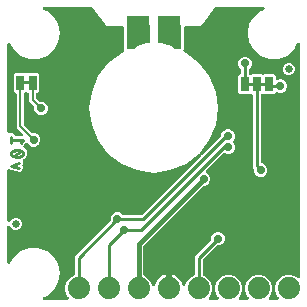
<source format=gbl>
G04 EAGLE Gerber RS-274X export*
G75*
%MOMM*%
%FSLAX34Y34*%
%LPD*%
%INBottom Copper*%
%IPPOS*%
%AMOC8*
5,1,8,0,0,1.08239X$1,22.5*%
G01*
%ADD10C,0.254000*%
%ADD11C,0.635000*%
%ADD12C,1.879600*%
%ADD13R,0.660400X1.270000*%
%ADD14R,1.950000X1.950000*%
%ADD15C,0.736600*%
%ADD16C,0.203200*%
%ADD17C,0.381000*%

G36*
X54060Y3066D02*
X54060Y3066D01*
X54198Y3079D01*
X54217Y3086D01*
X54237Y3089D01*
X54366Y3140D01*
X54497Y3187D01*
X54514Y3198D01*
X54533Y3206D01*
X54645Y3287D01*
X54760Y3365D01*
X54774Y3381D01*
X54790Y3392D01*
X54879Y3500D01*
X54971Y3604D01*
X54980Y3622D01*
X54993Y3637D01*
X55052Y3763D01*
X55115Y3887D01*
X55120Y3907D01*
X55128Y3925D01*
X55155Y4062D01*
X55185Y4197D01*
X55184Y4218D01*
X55188Y4237D01*
X55180Y4376D01*
X55175Y4515D01*
X55170Y4535D01*
X55168Y4555D01*
X55126Y4687D01*
X55087Y4821D01*
X55077Y4838D01*
X55070Y4857D01*
X54996Y4975D01*
X54925Y5095D01*
X54907Y5116D01*
X54900Y5126D01*
X54885Y5140D01*
X54819Y5215D01*
X53809Y6225D01*
X52069Y10426D01*
X52069Y14974D01*
X53809Y19175D01*
X57025Y22391D01*
X59414Y23380D01*
X59439Y23395D01*
X59467Y23404D01*
X59577Y23473D01*
X59690Y23537D01*
X59711Y23558D01*
X59736Y23574D01*
X59825Y23668D01*
X59918Y23759D01*
X59934Y23784D01*
X59954Y23805D01*
X60017Y23919D01*
X60085Y24030D01*
X60093Y24058D01*
X60108Y24084D01*
X60140Y24210D01*
X60178Y24334D01*
X60180Y24363D01*
X60187Y24392D01*
X60197Y24553D01*
X60197Y39738D01*
X90238Y69779D01*
X90299Y69858D01*
X90367Y69930D01*
X90396Y69983D01*
X90433Y70031D01*
X90473Y70121D01*
X90521Y70208D01*
X90536Y70267D01*
X90560Y70322D01*
X90575Y70420D01*
X90600Y70516D01*
X90606Y70616D01*
X90610Y70636D01*
X90608Y70649D01*
X90610Y70677D01*
X90610Y72333D01*
X91480Y74434D01*
X93088Y76042D01*
X95189Y76912D01*
X97463Y76912D01*
X99564Y76042D01*
X100735Y74870D01*
X100813Y74810D01*
X100885Y74742D01*
X100938Y74713D01*
X100986Y74675D01*
X101077Y74636D01*
X101164Y74588D01*
X101222Y74573D01*
X101278Y74549D01*
X101376Y74534D01*
X101472Y74509D01*
X101572Y74503D01*
X101592Y74499D01*
X101604Y74500D01*
X101632Y74499D01*
X116422Y74499D01*
X116520Y74511D01*
X116619Y74514D01*
X116678Y74531D01*
X116738Y74539D01*
X116830Y74575D01*
X116925Y74602D01*
X116977Y74633D01*
X117033Y74656D01*
X117113Y74714D01*
X117199Y74764D01*
X117274Y74830D01*
X117291Y74842D01*
X117298Y74852D01*
X117320Y74870D01*
X166661Y124211D01*
X166708Y124272D01*
X166762Y124326D01*
X166805Y124397D01*
X166856Y124463D01*
X166886Y124533D01*
X166925Y124599D01*
X166949Y124678D01*
X166982Y124755D01*
X166994Y124830D01*
X167016Y124903D01*
X167019Y124986D01*
X167032Y125069D01*
X167036Y125068D01*
X167112Y125081D01*
X167188Y125083D01*
X167268Y125106D01*
X167350Y125119D01*
X167420Y125150D01*
X167494Y125171D01*
X167565Y125214D01*
X167642Y125247D01*
X167702Y125294D01*
X167768Y125333D01*
X167889Y125439D01*
X183731Y141281D01*
X183791Y141360D01*
X183859Y141432D01*
X183888Y141485D01*
X183925Y141533D01*
X183965Y141624D01*
X184013Y141710D01*
X184028Y141769D01*
X184052Y141824D01*
X184067Y141922D01*
X184092Y142018D01*
X184098Y142118D01*
X184102Y142139D01*
X184100Y142151D01*
X184102Y142179D01*
X184102Y142565D01*
X184972Y144666D01*
X186580Y146274D01*
X188681Y147144D01*
X190955Y147144D01*
X193056Y146274D01*
X194664Y144666D01*
X195534Y142565D01*
X195534Y140291D01*
X194664Y138190D01*
X194231Y137758D01*
X194158Y137663D01*
X194079Y137574D01*
X194061Y137538D01*
X194036Y137506D01*
X193989Y137397D01*
X193934Y137291D01*
X193926Y137252D01*
X193909Y137214D01*
X193891Y137097D01*
X193865Y136981D01*
X193866Y136940D01*
X193860Y136900D01*
X193871Y136782D01*
X193874Y136663D01*
X193886Y136624D01*
X193889Y136584D01*
X193930Y136472D01*
X193963Y136357D01*
X193983Y136322D01*
X193997Y136284D01*
X194064Y136186D01*
X194124Y136083D01*
X194164Y136038D01*
X194176Y136021D01*
X194191Y136008D01*
X194231Y135963D01*
X194826Y135368D01*
X195696Y133267D01*
X195696Y130993D01*
X194826Y128892D01*
X193218Y127284D01*
X191117Y126414D01*
X188843Y126414D01*
X186998Y127179D01*
X186969Y127186D01*
X186943Y127200D01*
X186816Y127228D01*
X186691Y127263D01*
X186661Y127263D01*
X186633Y127270D01*
X186503Y127266D01*
X186373Y127268D01*
X186344Y127261D01*
X186315Y127260D01*
X186190Y127224D01*
X186064Y127194D01*
X186037Y127180D01*
X186009Y127172D01*
X185897Y127106D01*
X185782Y127045D01*
X185761Y127025D01*
X185735Y127010D01*
X185614Y126904D01*
X171280Y112569D01*
X171249Y112530D01*
X171212Y112496D01*
X171152Y112404D01*
X171085Y112318D01*
X171065Y112272D01*
X171038Y112231D01*
X171002Y112127D01*
X170958Y112026D01*
X170951Y111977D01*
X170934Y111930D01*
X170926Y111820D01*
X170909Y111712D01*
X170913Y111662D01*
X170909Y111613D01*
X170928Y111504D01*
X170938Y111395D01*
X170955Y111348D01*
X170964Y111299D01*
X171009Y111199D01*
X171046Y111096D01*
X171074Y111055D01*
X171094Y111009D01*
X171163Y110924D01*
X171225Y110833D01*
X171262Y110800D01*
X171293Y110761D01*
X171381Y110695D01*
X171463Y110622D01*
X171507Y110600D01*
X171547Y110570D01*
X171691Y110499D01*
X172489Y110169D01*
X174097Y108561D01*
X174967Y106460D01*
X174967Y104186D01*
X174097Y102085D01*
X172489Y100477D01*
X170388Y99607D01*
X169630Y99607D01*
X169532Y99595D01*
X169433Y99592D01*
X169374Y99575D01*
X169314Y99567D01*
X169222Y99531D01*
X169127Y99503D01*
X169075Y99473D01*
X169019Y99450D01*
X168939Y99392D01*
X168853Y99342D01*
X168778Y99276D01*
X168761Y99264D01*
X168753Y99254D01*
X168732Y99236D01*
X118609Y49113D01*
X118549Y49034D01*
X118481Y48962D01*
X118452Y48909D01*
X118415Y48861D01*
X118375Y48770D01*
X118327Y48684D01*
X118312Y48625D01*
X118288Y48570D01*
X118273Y48472D01*
X118248Y48376D01*
X118242Y48276D01*
X118238Y48255D01*
X118240Y48243D01*
X118238Y48215D01*
X118238Y24290D01*
X118241Y24260D01*
X118239Y24231D01*
X118261Y24102D01*
X118278Y23974D01*
X118288Y23947D01*
X118293Y23917D01*
X118347Y23799D01*
X118395Y23678D01*
X118412Y23654D01*
X118424Y23628D01*
X118505Y23526D01*
X118581Y23421D01*
X118604Y23402D01*
X118623Y23379D01*
X118726Y23301D01*
X118826Y23218D01*
X118853Y23206D01*
X118877Y23188D01*
X119021Y23117D01*
X120775Y22391D01*
X123991Y19175D01*
X125630Y15216D01*
X125637Y15205D01*
X125638Y15202D01*
X125646Y15189D01*
X125694Y15104D01*
X125753Y14989D01*
X125773Y14966D01*
X125788Y14940D01*
X125878Y14847D01*
X125963Y14750D01*
X125988Y14733D01*
X126009Y14712D01*
X126119Y14644D01*
X126226Y14571D01*
X126254Y14561D01*
X126280Y14545D01*
X126404Y14507D01*
X126525Y14464D01*
X126555Y14461D01*
X126584Y14452D01*
X126713Y14446D01*
X126842Y14433D01*
X126872Y14438D01*
X126902Y14437D01*
X127028Y14463D01*
X127156Y14483D01*
X127184Y14495D01*
X127213Y14501D01*
X127329Y14558D01*
X127448Y14609D01*
X127472Y14627D01*
X127499Y14641D01*
X127597Y14725D01*
X127699Y14804D01*
X127718Y14827D01*
X127741Y14847D01*
X127815Y14953D01*
X127895Y15055D01*
X127907Y15082D01*
X127924Y15107D01*
X127970Y15228D01*
X128021Y15347D01*
X128031Y15389D01*
X128037Y15404D01*
X128039Y15426D01*
X128054Y15491D01*
X128636Y17283D01*
X129489Y18957D01*
X130594Y20478D01*
X131922Y21806D01*
X133443Y22911D01*
X135117Y23764D01*
X136904Y24345D01*
X137161Y24385D01*
X137161Y13970D01*
X137176Y13852D01*
X137183Y13733D01*
X137196Y13695D01*
X137201Y13655D01*
X137244Y13544D01*
X137281Y13431D01*
X137303Y13397D01*
X137318Y13359D01*
X137388Y13263D01*
X137451Y13162D01*
X137481Y13134D01*
X137504Y13102D01*
X137596Y13026D01*
X137683Y12944D01*
X137718Y12925D01*
X137749Y12899D01*
X137857Y12848D01*
X137961Y12791D01*
X138001Y12780D01*
X138037Y12763D01*
X138154Y12741D01*
X138269Y12711D01*
X138330Y12707D01*
X138350Y12703D01*
X138370Y12705D01*
X138430Y12701D01*
X140970Y12701D01*
X141088Y12716D01*
X141207Y12723D01*
X141245Y12736D01*
X141285Y12741D01*
X141396Y12785D01*
X141509Y12821D01*
X141544Y12843D01*
X141581Y12858D01*
X141677Y12928D01*
X141778Y12991D01*
X141806Y13021D01*
X141839Y13045D01*
X141914Y13136D01*
X141996Y13223D01*
X142016Y13258D01*
X142041Y13290D01*
X142092Y13397D01*
X142150Y13502D01*
X142160Y13541D01*
X142177Y13577D01*
X142199Y13694D01*
X142229Y13809D01*
X142233Y13870D01*
X142237Y13890D01*
X142235Y13910D01*
X142239Y13970D01*
X142239Y24385D01*
X142496Y24345D01*
X144283Y23764D01*
X145957Y22911D01*
X147478Y21806D01*
X148806Y20478D01*
X149911Y18957D01*
X150764Y17283D01*
X151354Y15466D01*
X151379Y15380D01*
X151410Y15254D01*
X151424Y15227D01*
X151432Y15198D01*
X151498Y15087D01*
X151558Y14973D01*
X151579Y14950D01*
X151594Y14924D01*
X151685Y14833D01*
X151772Y14737D01*
X151797Y14721D01*
X151819Y14700D01*
X151930Y14634D01*
X152038Y14563D01*
X152067Y14553D01*
X152092Y14537D01*
X152216Y14501D01*
X152339Y14459D01*
X152369Y14457D01*
X152398Y14449D01*
X152527Y14444D01*
X152656Y14434D01*
X152686Y14439D01*
X152716Y14438D01*
X152842Y14466D01*
X152969Y14489D01*
X152997Y14501D01*
X153026Y14507D01*
X153141Y14566D01*
X153259Y14619D01*
X153283Y14638D01*
X153310Y14652D01*
X153406Y14737D01*
X153508Y14818D01*
X153526Y14842D01*
X153548Y14862D01*
X153621Y14968D01*
X153699Y15072D01*
X153718Y15110D01*
X153727Y15124D01*
X153735Y15145D01*
X153770Y15216D01*
X155409Y19175D01*
X158625Y22391D01*
X161014Y23380D01*
X161039Y23395D01*
X161067Y23404D01*
X161177Y23473D01*
X161290Y23537D01*
X161311Y23558D01*
X161336Y23574D01*
X161425Y23668D01*
X161518Y23759D01*
X161534Y23784D01*
X161554Y23805D01*
X161617Y23919D01*
X161685Y24030D01*
X161693Y24058D01*
X161708Y24084D01*
X161740Y24210D01*
X161778Y24334D01*
X161780Y24363D01*
X161787Y24392D01*
X161797Y24553D01*
X161797Y39834D01*
X175214Y53251D01*
X175275Y53329D01*
X175343Y53401D01*
X175372Y53454D01*
X175409Y53502D01*
X175448Y53593D01*
X175496Y53680D01*
X175511Y53738D01*
X175535Y53794D01*
X175551Y53892D01*
X175576Y53988D01*
X175582Y54088D01*
X175585Y54108D01*
X175584Y54120D01*
X175586Y54148D01*
X175586Y55805D01*
X176456Y57905D01*
X178064Y59513D01*
X180165Y60383D01*
X182439Y60383D01*
X184539Y59513D01*
X186147Y57905D01*
X187017Y55805D01*
X187017Y53531D01*
X186147Y51430D01*
X184539Y49822D01*
X182439Y48952D01*
X180782Y48952D01*
X180684Y48939D01*
X180585Y48936D01*
X180527Y48920D01*
X180467Y48912D01*
X180375Y48876D01*
X180280Y48848D01*
X180228Y48817D01*
X180171Y48795D01*
X180091Y48737D01*
X180006Y48687D01*
X179930Y48620D01*
X179914Y48608D01*
X179906Y48599D01*
X179885Y48580D01*
X168774Y37470D01*
X168714Y37391D01*
X168646Y37319D01*
X168617Y37266D01*
X168580Y37218D01*
X168540Y37127D01*
X168492Y37041D01*
X168477Y36982D01*
X168453Y36927D01*
X168438Y36829D01*
X168413Y36733D01*
X168407Y36633D01*
X168403Y36612D01*
X168405Y36600D01*
X168403Y36572D01*
X168403Y24553D01*
X168406Y24523D01*
X168404Y24494D01*
X168426Y24365D01*
X168443Y24237D01*
X168453Y24210D01*
X168458Y24181D01*
X168512Y24062D01*
X168560Y23941D01*
X168577Y23917D01*
X168589Y23891D01*
X168670Y23789D01*
X168746Y23684D01*
X168769Y23665D01*
X168788Y23642D01*
X168891Y23564D01*
X168991Y23481D01*
X169018Y23469D01*
X169042Y23451D01*
X169186Y23380D01*
X171575Y22391D01*
X174791Y19175D01*
X176531Y14974D01*
X176531Y10426D01*
X174791Y6225D01*
X173781Y5215D01*
X173696Y5106D01*
X173607Y4999D01*
X173598Y4980D01*
X173586Y4964D01*
X173531Y4837D01*
X173472Y4711D01*
X173468Y4691D01*
X173460Y4672D01*
X173438Y4534D01*
X173412Y4398D01*
X173413Y4378D01*
X173410Y4358D01*
X173423Y4219D01*
X173432Y4081D01*
X173438Y4062D01*
X173440Y4042D01*
X173487Y3910D01*
X173530Y3779D01*
X173540Y3761D01*
X173547Y3742D01*
X173625Y3627D01*
X173700Y3510D01*
X173714Y3496D01*
X173726Y3479D01*
X173830Y3387D01*
X173931Y3292D01*
X173949Y3282D01*
X173964Y3269D01*
X174088Y3206D01*
X174210Y3138D01*
X174229Y3133D01*
X174247Y3124D01*
X174383Y3094D01*
X174518Y3059D01*
X174546Y3057D01*
X174558Y3054D01*
X174578Y3055D01*
X174678Y3049D01*
X180922Y3049D01*
X181060Y3066D01*
X181198Y3079D01*
X181217Y3086D01*
X181237Y3089D01*
X181366Y3140D01*
X181497Y3187D01*
X181514Y3198D01*
X181533Y3206D01*
X181645Y3287D01*
X181760Y3365D01*
X181774Y3381D01*
X181790Y3392D01*
X181879Y3500D01*
X181971Y3604D01*
X181980Y3622D01*
X181993Y3637D01*
X182052Y3763D01*
X182115Y3887D01*
X182120Y3907D01*
X182128Y3925D01*
X182155Y4062D01*
X182185Y4197D01*
X182184Y4218D01*
X182188Y4237D01*
X182180Y4376D01*
X182175Y4515D01*
X182170Y4535D01*
X182168Y4555D01*
X182126Y4687D01*
X182087Y4821D01*
X182077Y4838D01*
X182070Y4857D01*
X181996Y4975D01*
X181925Y5095D01*
X181907Y5116D01*
X181900Y5126D01*
X181885Y5140D01*
X181819Y5215D01*
X180809Y6225D01*
X179069Y10426D01*
X179069Y14974D01*
X180809Y19175D01*
X184025Y22391D01*
X188226Y24131D01*
X192774Y24131D01*
X196975Y22391D01*
X200191Y19175D01*
X201931Y14974D01*
X201931Y10426D01*
X200191Y6225D01*
X199181Y5215D01*
X199096Y5106D01*
X199007Y4999D01*
X198998Y4980D01*
X198986Y4964D01*
X198931Y4837D01*
X198872Y4711D01*
X198868Y4691D01*
X198860Y4672D01*
X198838Y4534D01*
X198812Y4398D01*
X198813Y4378D01*
X198810Y4358D01*
X198823Y4219D01*
X198832Y4081D01*
X198838Y4062D01*
X198840Y4042D01*
X198887Y3910D01*
X198930Y3779D01*
X198940Y3761D01*
X198947Y3742D01*
X199025Y3627D01*
X199100Y3510D01*
X199114Y3496D01*
X199126Y3479D01*
X199230Y3387D01*
X199331Y3292D01*
X199349Y3282D01*
X199364Y3269D01*
X199488Y3206D01*
X199610Y3138D01*
X199629Y3133D01*
X199647Y3124D01*
X199783Y3094D01*
X199918Y3059D01*
X199946Y3057D01*
X199958Y3054D01*
X199978Y3055D01*
X200078Y3049D01*
X206322Y3049D01*
X206460Y3066D01*
X206598Y3079D01*
X206617Y3086D01*
X206637Y3089D01*
X206766Y3140D01*
X206897Y3187D01*
X206914Y3198D01*
X206933Y3206D01*
X207045Y3287D01*
X207160Y3365D01*
X207174Y3381D01*
X207190Y3392D01*
X207279Y3500D01*
X207371Y3604D01*
X207380Y3622D01*
X207393Y3637D01*
X207452Y3763D01*
X207515Y3887D01*
X207520Y3907D01*
X207528Y3925D01*
X207555Y4062D01*
X207585Y4197D01*
X207584Y4218D01*
X207588Y4237D01*
X207580Y4376D01*
X207575Y4515D01*
X207570Y4535D01*
X207568Y4555D01*
X207526Y4687D01*
X207487Y4821D01*
X207477Y4838D01*
X207470Y4857D01*
X207396Y4975D01*
X207325Y5095D01*
X207307Y5116D01*
X207300Y5126D01*
X207285Y5140D01*
X207219Y5215D01*
X206209Y6225D01*
X204469Y10426D01*
X204469Y14974D01*
X206209Y19175D01*
X209425Y22391D01*
X213626Y24131D01*
X218174Y24131D01*
X222375Y22391D01*
X225591Y19175D01*
X227331Y14974D01*
X227331Y10426D01*
X225591Y6225D01*
X224581Y5215D01*
X224496Y5106D01*
X224407Y4999D01*
X224398Y4980D01*
X224386Y4964D01*
X224331Y4837D01*
X224272Y4711D01*
X224268Y4691D01*
X224260Y4672D01*
X224238Y4534D01*
X224212Y4398D01*
X224213Y4378D01*
X224210Y4358D01*
X224223Y4219D01*
X224232Y4081D01*
X224238Y4062D01*
X224240Y4042D01*
X224287Y3910D01*
X224330Y3779D01*
X224340Y3761D01*
X224347Y3742D01*
X224425Y3627D01*
X224500Y3510D01*
X224514Y3496D01*
X224526Y3479D01*
X224630Y3387D01*
X224731Y3292D01*
X224749Y3282D01*
X224764Y3269D01*
X224888Y3206D01*
X225010Y3138D01*
X225029Y3133D01*
X225047Y3124D01*
X225183Y3094D01*
X225318Y3059D01*
X225346Y3057D01*
X225358Y3054D01*
X225378Y3055D01*
X225478Y3049D01*
X231722Y3049D01*
X231860Y3066D01*
X231998Y3079D01*
X232017Y3086D01*
X232037Y3089D01*
X232166Y3140D01*
X232297Y3187D01*
X232314Y3198D01*
X232333Y3206D01*
X232445Y3287D01*
X232560Y3365D01*
X232574Y3381D01*
X232590Y3392D01*
X232679Y3500D01*
X232771Y3604D01*
X232780Y3622D01*
X232793Y3637D01*
X232852Y3763D01*
X232915Y3887D01*
X232920Y3907D01*
X232928Y3925D01*
X232955Y4062D01*
X232985Y4197D01*
X232984Y4218D01*
X232988Y4237D01*
X232980Y4376D01*
X232975Y4515D01*
X232970Y4535D01*
X232968Y4555D01*
X232926Y4687D01*
X232887Y4821D01*
X232877Y4838D01*
X232870Y4857D01*
X232796Y4975D01*
X232725Y5095D01*
X232707Y5116D01*
X232700Y5126D01*
X232685Y5140D01*
X232619Y5215D01*
X231609Y6225D01*
X229869Y10426D01*
X229869Y14974D01*
X231609Y19175D01*
X234825Y22391D01*
X239026Y24131D01*
X243574Y24131D01*
X247775Y22391D01*
X248785Y21381D01*
X248894Y21296D01*
X249001Y21207D01*
X249020Y21198D01*
X249036Y21186D01*
X249163Y21131D01*
X249289Y21072D01*
X249309Y21068D01*
X249328Y21060D01*
X249466Y21038D01*
X249602Y21012D01*
X249622Y21013D01*
X249642Y21010D01*
X249781Y21023D01*
X249919Y21032D01*
X249938Y21038D01*
X249958Y21040D01*
X250090Y21087D01*
X250221Y21130D01*
X250239Y21140D01*
X250258Y21147D01*
X250373Y21225D01*
X250490Y21300D01*
X250504Y21314D01*
X250521Y21326D01*
X250613Y21430D01*
X250708Y21531D01*
X250718Y21549D01*
X250731Y21564D01*
X250794Y21688D01*
X250862Y21810D01*
X250867Y21829D01*
X250876Y21847D01*
X250906Y21983D01*
X250941Y22118D01*
X250943Y22146D01*
X250946Y22158D01*
X250945Y22178D01*
X250951Y22278D01*
X250951Y219395D01*
X250933Y219540D01*
X250918Y219685D01*
X250913Y219697D01*
X250911Y219711D01*
X250858Y219846D01*
X250807Y219983D01*
X250799Y219994D01*
X250794Y220006D01*
X250709Y220124D01*
X250626Y220244D01*
X250615Y220253D01*
X250608Y220264D01*
X250496Y220357D01*
X250385Y220452D01*
X250373Y220458D01*
X250363Y220467D01*
X250231Y220528D01*
X250100Y220594D01*
X250087Y220596D01*
X250075Y220602D01*
X249933Y220629D01*
X249789Y220660D01*
X249776Y220659D01*
X249763Y220662D01*
X249618Y220653D01*
X249472Y220647D01*
X249459Y220643D01*
X249445Y220642D01*
X249307Y220597D01*
X249167Y220555D01*
X249155Y220548D01*
X249143Y220544D01*
X249020Y220466D01*
X248895Y220391D01*
X248885Y220381D01*
X248874Y220374D01*
X248774Y220268D01*
X248672Y220164D01*
X248662Y220149D01*
X248656Y220142D01*
X248648Y220127D01*
X248583Y220030D01*
X245395Y214508D01*
X239562Y209613D01*
X232407Y207009D01*
X224793Y207009D01*
X217638Y209613D01*
X211805Y214508D01*
X207998Y221102D01*
X206676Y228600D01*
X207998Y236098D01*
X211805Y242692D01*
X217638Y247587D01*
X220118Y248489D01*
X220205Y248534D01*
X220296Y248570D01*
X220346Y248606D01*
X220401Y248635D01*
X220474Y248699D01*
X220553Y248756D01*
X220593Y248804D01*
X220639Y248846D01*
X220694Y248926D01*
X220756Y249001D01*
X220782Y249058D01*
X220817Y249109D01*
X220850Y249201D01*
X220891Y249289D01*
X220903Y249350D01*
X220924Y249409D01*
X220933Y249506D01*
X220951Y249602D01*
X220947Y249664D01*
X220953Y249726D01*
X220937Y249822D01*
X220931Y249919D01*
X220912Y249978D01*
X220902Y250040D01*
X220863Y250129D01*
X220833Y250221D01*
X220800Y250274D01*
X220775Y250331D01*
X220715Y250408D01*
X220663Y250490D01*
X220618Y250533D01*
X220579Y250582D01*
X220502Y250641D01*
X220431Y250708D01*
X220377Y250738D01*
X220328Y250776D01*
X220238Y250815D01*
X220153Y250862D01*
X220093Y250877D01*
X220035Y250902D01*
X219939Y250917D01*
X219845Y250941D01*
X219741Y250948D01*
X219721Y250951D01*
X219710Y250950D01*
X219684Y250951D01*
X179926Y250951D01*
X179904Y250949D01*
X179882Y250951D01*
X179747Y250929D01*
X179611Y250911D01*
X179590Y250903D01*
X179568Y250900D01*
X179443Y250845D01*
X179315Y250794D01*
X179297Y250781D01*
X179277Y250773D01*
X179169Y250688D01*
X179058Y250608D01*
X179044Y250591D01*
X179026Y250577D01*
X178920Y250456D01*
X168412Y236795D01*
X168403Y236781D01*
X168392Y236768D01*
X168323Y236644D01*
X168251Y236521D01*
X168246Y236505D01*
X168238Y236490D01*
X168203Y236352D01*
X168174Y236253D01*
X167454Y235533D01*
X167453Y235531D01*
X167452Y235530D01*
X167346Y235409D01*
X166721Y234597D01*
X166643Y234577D01*
X166628Y234568D01*
X166612Y234564D01*
X166489Y234491D01*
X166399Y234441D01*
X165380Y234441D01*
X165379Y234441D01*
X165377Y234441D01*
X165216Y234431D01*
X164200Y234298D01*
X164131Y234339D01*
X164115Y234343D01*
X164100Y234352D01*
X163962Y234387D01*
X163825Y234426D01*
X163808Y234427D01*
X163792Y234431D01*
X163631Y234441D01*
X153552Y234441D01*
X153434Y234426D01*
X153315Y234419D01*
X153277Y234406D01*
X153236Y234401D01*
X153126Y234358D01*
X153013Y234321D01*
X152978Y234299D01*
X152941Y234284D01*
X152845Y234215D01*
X152744Y234151D01*
X152716Y234121D01*
X152683Y234098D01*
X152607Y234006D01*
X152526Y233919D01*
X152506Y233884D01*
X152481Y233853D01*
X152430Y233745D01*
X152372Y233641D01*
X152362Y233601D01*
X152345Y233565D01*
X152323Y233448D01*
X152293Y233333D01*
X152289Y233273D01*
X152285Y233253D01*
X152287Y233232D01*
X152283Y233172D01*
X152283Y214817D01*
X152216Y214732D01*
X152197Y214686D01*
X152169Y214645D01*
X152134Y214541D01*
X152090Y214440D01*
X152082Y214391D01*
X152066Y214344D01*
X152057Y214234D01*
X152040Y214126D01*
X152045Y214076D01*
X152041Y214027D01*
X152060Y213918D01*
X152070Y213809D01*
X152087Y213762D01*
X152095Y213713D01*
X152140Y213613D01*
X152177Y213510D01*
X152205Y213469D01*
X152226Y213423D01*
X152294Y213338D01*
X152356Y213247D01*
X152393Y213214D01*
X152424Y213175D01*
X152512Y213109D01*
X152594Y213036D01*
X152639Y213014D01*
X152678Y212984D01*
X152823Y212913D01*
X154261Y212317D01*
X165553Y203653D01*
X174217Y192361D01*
X179664Y179211D01*
X181522Y165100D01*
X179664Y150989D01*
X174217Y137839D01*
X165984Y127109D01*
X165945Y127043D01*
X165899Y126983D01*
X165866Y126907D01*
X165824Y126835D01*
X165803Y126761D01*
X165772Y126691D01*
X165759Y126609D01*
X165736Y126529D01*
X165734Y126453D01*
X165722Y126377D01*
X165722Y126376D01*
X165649Y126365D01*
X165566Y126363D01*
X165492Y126342D01*
X165417Y126330D01*
X165340Y126298D01*
X165260Y126274D01*
X165195Y126236D01*
X165124Y126206D01*
X164991Y126116D01*
X154261Y117883D01*
X141111Y112436D01*
X127000Y110578D01*
X112889Y112436D01*
X99739Y117883D01*
X88447Y126547D01*
X79783Y137839D01*
X74336Y150989D01*
X72478Y165100D01*
X74336Y179211D01*
X79783Y192361D01*
X88447Y203653D01*
X99739Y212317D01*
X101460Y213030D01*
X101503Y213055D01*
X101550Y213072D01*
X101641Y213133D01*
X101736Y213188D01*
X101772Y213222D01*
X101813Y213251D01*
X101886Y213332D01*
X101965Y213409D01*
X101991Y213452D01*
X102024Y213489D01*
X102073Y213586D01*
X102131Y213680D01*
X102145Y213728D01*
X102168Y213772D01*
X102192Y213879D01*
X102224Y213984D01*
X102227Y214034D01*
X102238Y214083D01*
X102234Y214192D01*
X102239Y214302D01*
X102229Y214351D01*
X102228Y214401D01*
X102217Y214437D01*
X102217Y222582D01*
X102205Y222680D01*
X102202Y222779D01*
X102185Y222838D01*
X102177Y222898D01*
X102141Y222990D01*
X102117Y223072D01*
X102117Y233172D01*
X102102Y233290D01*
X102095Y233409D01*
X102082Y233447D01*
X102077Y233488D01*
X102034Y233598D01*
X101997Y233711D01*
X101975Y233746D01*
X101960Y233783D01*
X101891Y233879D01*
X101827Y233980D01*
X101797Y234008D01*
X101774Y234041D01*
X101682Y234117D01*
X101595Y234198D01*
X101560Y234218D01*
X101529Y234243D01*
X101421Y234294D01*
X101317Y234352D01*
X101277Y234362D01*
X101241Y234379D01*
X101124Y234401D01*
X101009Y234431D01*
X100949Y234435D01*
X100929Y234439D01*
X100908Y234437D01*
X100848Y234441D01*
X90369Y234441D01*
X90352Y234439D01*
X90335Y234441D01*
X90195Y234419D01*
X90053Y234401D01*
X90037Y234395D01*
X90021Y234393D01*
X89890Y234337D01*
X89794Y234299D01*
X88784Y234431D01*
X88782Y234431D01*
X88780Y234431D01*
X88620Y234441D01*
X87595Y234441D01*
X87532Y234491D01*
X87516Y234497D01*
X87502Y234507D01*
X87370Y234560D01*
X87276Y234601D01*
X86654Y235409D01*
X86653Y235410D01*
X86652Y235412D01*
X86546Y235533D01*
X85822Y236257D01*
X85811Y236337D01*
X85805Y236352D01*
X85803Y236369D01*
X85747Y236500D01*
X85694Y236633D01*
X85685Y236646D01*
X85678Y236662D01*
X85588Y236795D01*
X75080Y250456D01*
X75064Y250471D01*
X75053Y250490D01*
X74952Y250584D01*
X74856Y250682D01*
X74837Y250693D01*
X74821Y250708D01*
X74701Y250774D01*
X74583Y250845D01*
X74562Y250851D01*
X74542Y250862D01*
X74410Y250896D01*
X74278Y250935D01*
X74256Y250936D01*
X74235Y250941D01*
X74074Y250951D01*
X34316Y250951D01*
X34219Y250939D01*
X34122Y250936D01*
X34062Y250919D01*
X34000Y250911D01*
X33910Y250876D01*
X33816Y250849D01*
X33762Y250817D01*
X33704Y250794D01*
X33626Y250737D01*
X33542Y250688D01*
X33498Y250644D01*
X33447Y250608D01*
X33385Y250532D01*
X33316Y250464D01*
X33284Y250411D01*
X33244Y250363D01*
X33203Y250275D01*
X33153Y250191D01*
X33135Y250131D01*
X33109Y250075D01*
X33091Y249979D01*
X33063Y249886D01*
X33061Y249824D01*
X33049Y249763D01*
X33055Y249665D01*
X33052Y249568D01*
X33065Y249507D01*
X33069Y249445D01*
X33099Y249352D01*
X33120Y249257D01*
X33148Y249202D01*
X33167Y249143D01*
X33219Y249060D01*
X33263Y248973D01*
X33304Y248927D01*
X33337Y248874D01*
X33408Y248807D01*
X33472Y248734D01*
X33523Y248699D01*
X33569Y248656D01*
X33654Y248609D01*
X33734Y248554D01*
X33830Y248512D01*
X33847Y248502D01*
X33858Y248500D01*
X33882Y248489D01*
X36362Y247587D01*
X42195Y242692D01*
X46002Y236098D01*
X47324Y228600D01*
X46002Y221102D01*
X42195Y214508D01*
X36362Y209613D01*
X29207Y207009D01*
X21593Y207009D01*
X14438Y209613D01*
X8605Y214508D01*
X5417Y220030D01*
X5329Y220146D01*
X5244Y220264D01*
X5233Y220272D01*
X5225Y220283D01*
X5111Y220373D01*
X4999Y220467D01*
X4986Y220472D01*
X4976Y220481D01*
X4842Y220540D01*
X4711Y220602D01*
X4698Y220605D01*
X4685Y220610D01*
X4541Y220635D01*
X4398Y220662D01*
X4385Y220661D01*
X4372Y220663D01*
X4226Y220651D01*
X4081Y220642D01*
X4068Y220638D01*
X4055Y220637D01*
X3917Y220589D01*
X3779Y220544D01*
X3767Y220537D01*
X3754Y220532D01*
X3633Y220452D01*
X3510Y220374D01*
X3501Y220364D01*
X3489Y220357D01*
X3392Y220249D01*
X3292Y220142D01*
X3285Y220130D01*
X3276Y220120D01*
X3209Y219992D01*
X3138Y219864D01*
X3135Y219851D01*
X3129Y219839D01*
X3095Y219697D01*
X3059Y219556D01*
X3058Y219538D01*
X3056Y219529D01*
X3056Y219512D01*
X3049Y219395D01*
X3049Y145531D01*
X3066Y145393D01*
X3079Y145254D01*
X3086Y145235D01*
X3089Y145215D01*
X3140Y145086D01*
X3187Y144955D01*
X3198Y144938D01*
X3206Y144919D01*
X3287Y144807D01*
X3365Y144692D01*
X3381Y144678D01*
X3392Y144662D01*
X3500Y144573D01*
X3604Y144481D01*
X3622Y144472D01*
X3637Y144459D01*
X3763Y144400D01*
X3887Y144337D01*
X3907Y144332D01*
X3925Y144324D01*
X4061Y144298D01*
X4197Y144267D01*
X4218Y144268D01*
X4237Y144264D01*
X4376Y144273D01*
X4515Y144277D01*
X4535Y144283D01*
X4555Y144284D01*
X4687Y144327D01*
X4821Y144365D01*
X4838Y144376D01*
X4857Y144382D01*
X4886Y144400D01*
X7718Y144400D01*
X9755Y142363D01*
X9773Y142307D01*
X9795Y142273D01*
X9810Y142236D01*
X9879Y142139D01*
X9943Y142039D01*
X9973Y142011D01*
X9996Y141978D01*
X10088Y141902D01*
X10175Y141821D01*
X10210Y141801D01*
X10241Y141775D01*
X10349Y141725D01*
X10453Y141667D01*
X10493Y141657D01*
X10529Y141640D01*
X10646Y141617D01*
X10761Y141588D01*
X10821Y141584D01*
X10841Y141580D01*
X10862Y141581D01*
X10922Y141577D01*
X14877Y141577D01*
X15014Y141595D01*
X15153Y141608D01*
X15172Y141615D01*
X15192Y141617D01*
X15321Y141668D01*
X15452Y141716D01*
X15469Y141727D01*
X15488Y141734D01*
X15600Y141816D01*
X15716Y141894D01*
X15729Y141909D01*
X15745Y141921D01*
X15834Y142028D01*
X15926Y142133D01*
X15935Y142151D01*
X15948Y142166D01*
X16007Y142292D01*
X16071Y142416D01*
X16075Y142436D01*
X16084Y142454D01*
X16110Y142590D01*
X16140Y142726D01*
X16140Y142746D01*
X16143Y142766D01*
X16135Y142905D01*
X16131Y143044D01*
X16125Y143063D01*
X16124Y143084D01*
X16081Y143216D01*
X16042Y143349D01*
X16032Y143367D01*
X16026Y143386D01*
X15951Y143504D01*
X15881Y143623D01*
X15862Y143644D01*
X15855Y143655D01*
X15840Y143669D01*
X15774Y143744D01*
X10921Y148597D01*
X10921Y177038D01*
X10906Y177156D01*
X10899Y177275D01*
X10886Y177313D01*
X10881Y177354D01*
X10838Y177464D01*
X10801Y177577D01*
X10779Y177612D01*
X10764Y177649D01*
X10695Y177745D01*
X10631Y177846D01*
X10601Y177874D01*
X10578Y177907D01*
X10486Y177983D01*
X10399Y178064D01*
X10364Y178084D01*
X10333Y178109D01*
X10225Y178160D01*
X10121Y178218D01*
X10081Y178228D01*
X10045Y178245D01*
X9928Y178267D01*
X9844Y178289D01*
X8635Y179498D01*
X8635Y193882D01*
X9826Y195073D01*
X18114Y195073D01*
X18280Y194907D01*
X18374Y194834D01*
X18463Y194755D01*
X18499Y194737D01*
X18531Y194712D01*
X18640Y194665D01*
X18746Y194611D01*
X18786Y194602D01*
X18823Y194586D01*
X18940Y194567D01*
X19056Y194541D01*
X19097Y194542D01*
X19137Y194536D01*
X19256Y194547D01*
X19374Y194551D01*
X19413Y194562D01*
X19453Y194566D01*
X19566Y194606D01*
X19680Y194639D01*
X19715Y194660D01*
X19753Y194673D01*
X19851Y194740D01*
X19954Y194801D01*
X19999Y194841D01*
X20016Y194852D01*
X20029Y194867D01*
X20075Y194907D01*
X20240Y195073D01*
X28528Y195073D01*
X29719Y193882D01*
X29719Y179498D01*
X28508Y178288D01*
X28465Y178285D01*
X28427Y178272D01*
X28386Y178267D01*
X28276Y178224D01*
X28163Y178187D01*
X28128Y178165D01*
X28091Y178150D01*
X27995Y178081D01*
X27894Y178017D01*
X27866Y177987D01*
X27833Y177964D01*
X27757Y177872D01*
X27676Y177785D01*
X27656Y177750D01*
X27631Y177719D01*
X27580Y177611D01*
X27522Y177507D01*
X27512Y177467D01*
X27495Y177431D01*
X27473Y177314D01*
X27443Y177199D01*
X27439Y177139D01*
X27435Y177119D01*
X27437Y177098D01*
X27433Y177038D01*
X27433Y174074D01*
X27445Y173975D01*
X27448Y173876D01*
X27465Y173818D01*
X27473Y173758D01*
X27509Y173666D01*
X27537Y173571D01*
X27567Y173519D01*
X27590Y173462D01*
X27648Y173382D01*
X27698Y173297D01*
X27764Y173222D01*
X27776Y173205D01*
X27786Y173197D01*
X27804Y173176D01*
X29974Y171006D01*
X30052Y170946D01*
X30124Y170878D01*
X30177Y170849D01*
X30225Y170812D01*
X30316Y170772D01*
X30403Y170724D01*
X30462Y170709D01*
X30517Y170685D01*
X30615Y170670D01*
X30711Y170645D01*
X30811Y170639D01*
X30831Y170635D01*
X30844Y170637D01*
X30872Y170635D01*
X32887Y170635D01*
X34988Y169765D01*
X36596Y168157D01*
X37466Y166056D01*
X37466Y163782D01*
X36596Y161681D01*
X34988Y160073D01*
X32887Y159203D01*
X30613Y159203D01*
X28512Y160073D01*
X26904Y161681D01*
X26034Y163782D01*
X26034Y165797D01*
X26022Y165896D01*
X26019Y165995D01*
X26002Y166053D01*
X25994Y166113D01*
X25958Y166205D01*
X25930Y166300D01*
X25900Y166352D01*
X25877Y166409D01*
X25819Y166489D01*
X25769Y166574D01*
X25703Y166649D01*
X25691Y166666D01*
X25681Y166674D01*
X25663Y166695D01*
X21335Y171022D01*
X21335Y177038D01*
X21320Y177156D01*
X21313Y177275D01*
X21300Y177313D01*
X21295Y177354D01*
X21252Y177464D01*
X21215Y177577D01*
X21193Y177612D01*
X21178Y177649D01*
X21109Y177745D01*
X21045Y177846D01*
X21015Y177874D01*
X20992Y177907D01*
X20900Y177983D01*
X20813Y178064D01*
X20778Y178084D01*
X20747Y178109D01*
X20639Y178160D01*
X20535Y178218D01*
X20495Y178228D01*
X20459Y178245D01*
X20342Y178267D01*
X20258Y178289D01*
X20075Y178473D01*
X19980Y178546D01*
X19891Y178625D01*
X19855Y178643D01*
X19823Y178668D01*
X19714Y178715D01*
X19608Y178769D01*
X19569Y178778D01*
X19531Y178794D01*
X19414Y178813D01*
X19298Y178839D01*
X19257Y178838D01*
X19217Y178844D01*
X19099Y178833D01*
X18980Y178829D01*
X18941Y178818D01*
X18901Y178814D01*
X18789Y178774D01*
X18674Y178741D01*
X18639Y178720D01*
X18601Y178707D01*
X18503Y178640D01*
X18400Y178579D01*
X18355Y178539D01*
X18338Y178528D01*
X18325Y178513D01*
X18280Y178473D01*
X18094Y178288D01*
X18051Y178285D01*
X18013Y178272D01*
X17972Y178267D01*
X17862Y178224D01*
X17749Y178187D01*
X17714Y178165D01*
X17677Y178150D01*
X17581Y178081D01*
X17480Y178017D01*
X17452Y177987D01*
X17419Y177964D01*
X17343Y177872D01*
X17262Y177785D01*
X17242Y177750D01*
X17217Y177719D01*
X17166Y177611D01*
X17108Y177507D01*
X17098Y177467D01*
X17081Y177431D01*
X17059Y177314D01*
X17029Y177199D01*
X17025Y177139D01*
X17021Y177119D01*
X17023Y177098D01*
X17019Y177038D01*
X17019Y151649D01*
X17031Y151550D01*
X17034Y151451D01*
X17051Y151393D01*
X17059Y151333D01*
X17095Y151241D01*
X17123Y151146D01*
X17153Y151094D01*
X17176Y151037D01*
X17234Y150957D01*
X17284Y150872D01*
X17350Y150797D01*
X17362Y150780D01*
X17372Y150772D01*
X17390Y150751D01*
X23624Y144517D01*
X23702Y144457D01*
X23774Y144389D01*
X23827Y144360D01*
X23875Y144323D01*
X23966Y144283D01*
X24053Y144235D01*
X24112Y144220D01*
X24167Y144196D01*
X24265Y144181D01*
X24361Y144156D01*
X24461Y144150D01*
X24481Y144146D01*
X24494Y144148D01*
X24522Y144146D01*
X26537Y144146D01*
X28638Y143276D01*
X30246Y141668D01*
X31116Y139567D01*
X31116Y137293D01*
X30246Y135192D01*
X28638Y133584D01*
X26537Y132714D01*
X24263Y132714D01*
X22162Y133584D01*
X20522Y135224D01*
X20486Y135298D01*
X20461Y135328D01*
X20441Y135362D01*
X20358Y135448D01*
X20280Y135540D01*
X20247Y135562D01*
X20220Y135591D01*
X20118Y135654D01*
X20020Y135722D01*
X19983Y135736D01*
X19949Y135757D01*
X19834Y135793D01*
X19722Y135835D01*
X19683Y135839D01*
X19645Y135851D01*
X19525Y135857D01*
X19406Y135870D01*
X19367Y135864D01*
X19327Y135866D01*
X19210Y135842D01*
X19091Y135825D01*
X19055Y135810D01*
X19016Y135802D01*
X18908Y135749D01*
X18797Y135703D01*
X18766Y135680D01*
X18730Y135662D01*
X18639Y135585D01*
X18543Y135513D01*
X18503Y135469D01*
X18488Y135456D01*
X18476Y135439D01*
X18435Y135394D01*
X16909Y133486D01*
X16899Y133470D01*
X16885Y133456D01*
X16816Y133335D01*
X16743Y133215D01*
X16737Y133197D01*
X16728Y133180D01*
X16691Y133045D01*
X16649Y132911D01*
X16648Y132892D01*
X16643Y132874D01*
X16641Y132734D01*
X16634Y132593D01*
X16638Y132574D01*
X16638Y132556D01*
X16670Y132420D01*
X16699Y132282D01*
X16707Y132265D01*
X16712Y132246D01*
X16777Y132122D01*
X16839Y131996D01*
X16851Y131982D01*
X16860Y131965D01*
X16954Y131861D01*
X17046Y131754D01*
X17061Y131743D01*
X17074Y131729D01*
X17191Y131652D01*
X17306Y131572D01*
X17324Y131565D01*
X17339Y131554D01*
X17488Y131493D01*
X17804Y131384D01*
X19813Y128572D01*
X19813Y125117D01*
X17804Y122305D01*
X16874Y121986D01*
X16772Y121936D01*
X16667Y121894D01*
X16630Y121867D01*
X16589Y121846D01*
X16502Y121773D01*
X16411Y121705D01*
X16382Y121670D01*
X16347Y121640D01*
X16282Y121547D01*
X16210Y121459D01*
X16190Y121417D01*
X16164Y121380D01*
X16124Y121273D01*
X16076Y121170D01*
X16068Y121125D01*
X16052Y121082D01*
X16039Y120969D01*
X16019Y120857D01*
X16022Y120812D01*
X16017Y120766D01*
X16033Y120653D01*
X16041Y120540D01*
X16058Y120472D01*
X16061Y120451D01*
X16069Y120434D01*
X16082Y120384D01*
X16689Y118562D01*
X15971Y117125D01*
X15961Y117097D01*
X15946Y117072D01*
X15908Y116948D01*
X15865Y116825D01*
X15863Y116796D01*
X15854Y116767D01*
X15849Y116637D01*
X15838Y116509D01*
X15843Y116479D01*
X15841Y116449D01*
X15869Y116322D01*
X15890Y116195D01*
X15902Y116168D01*
X15908Y116138D01*
X15971Y115990D01*
X16689Y114553D01*
X15824Y111958D01*
X13377Y110734D01*
X6751Y112943D01*
X6742Y112944D01*
X6734Y112948D01*
X6588Y112975D01*
X6439Y113005D01*
X6430Y113004D01*
X6422Y113006D01*
X6272Y112995D01*
X6122Y112987D01*
X6113Y112984D01*
X6112Y112984D01*
X5164Y113458D01*
X5155Y113462D01*
X5147Y113467D01*
X4997Y113527D01*
X4719Y113620D01*
X4715Y113621D01*
X4711Y113623D01*
X4561Y113651D01*
X4407Y113682D01*
X4403Y113682D01*
X4398Y113682D01*
X4244Y113673D01*
X4090Y113664D01*
X4086Y113663D01*
X4081Y113663D01*
X3935Y113615D01*
X3787Y113568D01*
X3783Y113566D01*
X3779Y113565D01*
X3648Y113482D01*
X3517Y113400D01*
X3514Y113397D01*
X3510Y113395D01*
X3403Y113281D01*
X3297Y113170D01*
X3295Y113166D01*
X3292Y113163D01*
X3217Y113027D01*
X3142Y112893D01*
X3141Y112888D01*
X3138Y112884D01*
X3100Y112736D01*
X3060Y112585D01*
X3060Y112581D01*
X3059Y112576D01*
X3049Y112416D01*
X3049Y70131D01*
X3057Y70062D01*
X3056Y69992D01*
X3077Y69905D01*
X3089Y69816D01*
X3114Y69751D01*
X3131Y69683D01*
X3173Y69603D01*
X3206Y69520D01*
X3247Y69464D01*
X3279Y69402D01*
X3340Y69335D01*
X3392Y69263D01*
X3446Y69218D01*
X3493Y69167D01*
X3568Y69117D01*
X3637Y69060D01*
X3701Y69030D01*
X3759Y68992D01*
X3844Y68963D01*
X3925Y68924D01*
X3994Y68911D01*
X4060Y68889D01*
X4149Y68881D01*
X4237Y68865D01*
X4307Y68869D01*
X4377Y68863D01*
X4465Y68879D01*
X4555Y68884D01*
X4621Y68906D01*
X4690Y68918D01*
X4772Y68955D01*
X4857Y68982D01*
X4916Y69020D01*
X4980Y69048D01*
X5050Y69104D01*
X5126Y69152D01*
X5174Y69203D01*
X5228Y69247D01*
X5282Y69319D01*
X5344Y69384D01*
X5378Y69445D01*
X5420Y69501D01*
X5491Y69646D01*
X5745Y70260D01*
X7210Y71725D01*
X9124Y72518D01*
X11196Y72518D01*
X13110Y71725D01*
X14575Y70260D01*
X15368Y68346D01*
X15368Y66274D01*
X14575Y64360D01*
X13110Y62895D01*
X11196Y62102D01*
X9124Y62102D01*
X7210Y62895D01*
X5745Y64360D01*
X5491Y64974D01*
X5456Y65035D01*
X5430Y65100D01*
X5378Y65173D01*
X5333Y65251D01*
X5285Y65301D01*
X5244Y65357D01*
X5174Y65415D01*
X5112Y65479D01*
X5052Y65516D01*
X4999Y65560D01*
X4917Y65598D01*
X4841Y65645D01*
X4774Y65666D01*
X4711Y65696D01*
X4623Y65713D01*
X4537Y65739D01*
X4467Y65742D01*
X4398Y65755D01*
X4309Y65750D01*
X4219Y65754D01*
X4151Y65740D01*
X4081Y65736D01*
X3996Y65708D01*
X3908Y65690D01*
X3845Y65659D01*
X3779Y65638D01*
X3703Y65590D01*
X3622Y65550D01*
X3569Y65505D01*
X3510Y65468D01*
X3448Y65402D01*
X3380Y65344D01*
X3340Y65287D01*
X3292Y65236D01*
X3249Y65157D01*
X3197Y65084D01*
X3172Y65019D01*
X3138Y64957D01*
X3116Y64870D01*
X3084Y64786D01*
X3076Y64717D01*
X3059Y64649D01*
X3049Y64489D01*
X3049Y34605D01*
X3067Y34460D01*
X3082Y34315D01*
X3087Y34303D01*
X3089Y34289D01*
X3142Y34154D01*
X3193Y34017D01*
X3201Y34006D01*
X3206Y33994D01*
X3291Y33876D01*
X3374Y33756D01*
X3385Y33747D01*
X3392Y33736D01*
X3504Y33643D01*
X3615Y33548D01*
X3627Y33542D01*
X3637Y33533D01*
X3769Y33472D01*
X3900Y33406D01*
X3913Y33404D01*
X3925Y33398D01*
X4067Y33371D01*
X4211Y33340D01*
X4224Y33341D01*
X4237Y33338D01*
X4382Y33347D01*
X4528Y33353D01*
X4541Y33357D01*
X4555Y33358D01*
X4693Y33403D01*
X4833Y33445D01*
X4845Y33452D01*
X4857Y33456D01*
X4980Y33534D01*
X5105Y33609D01*
X5115Y33619D01*
X5126Y33626D01*
X5226Y33732D01*
X5328Y33836D01*
X5338Y33851D01*
X5344Y33858D01*
X5352Y33873D01*
X5417Y33970D01*
X8605Y39492D01*
X14438Y44387D01*
X21593Y46991D01*
X29207Y46991D01*
X36362Y44387D01*
X42195Y39492D01*
X46002Y32898D01*
X47324Y25400D01*
X46002Y17902D01*
X42195Y11308D01*
X36362Y6413D01*
X33882Y5511D01*
X33795Y5466D01*
X33704Y5430D01*
X33654Y5394D01*
X33599Y5365D01*
X33526Y5301D01*
X33447Y5244D01*
X33407Y5196D01*
X33361Y5154D01*
X33306Y5074D01*
X33244Y4999D01*
X33218Y4942D01*
X33183Y4891D01*
X33150Y4799D01*
X33109Y4711D01*
X33097Y4650D01*
X33076Y4591D01*
X33067Y4494D01*
X33049Y4398D01*
X33053Y4336D01*
X33047Y4274D01*
X33063Y4178D01*
X33069Y4081D01*
X33088Y4022D01*
X33098Y3960D01*
X33137Y3871D01*
X33167Y3779D01*
X33200Y3726D01*
X33225Y3669D01*
X33285Y3592D01*
X33337Y3510D01*
X33382Y3467D01*
X33421Y3418D01*
X33498Y3359D01*
X33569Y3292D01*
X33623Y3262D01*
X33672Y3224D01*
X33762Y3185D01*
X33847Y3138D01*
X33907Y3123D01*
X33965Y3098D01*
X34061Y3083D01*
X34155Y3059D01*
X34259Y3052D01*
X34279Y3049D01*
X34290Y3050D01*
X34316Y3049D01*
X53922Y3049D01*
X54060Y3066D01*
G37*
%LPC*%
G36*
X216463Y106884D02*
X216463Y106884D01*
X214362Y107754D01*
X212754Y109362D01*
X211884Y111463D01*
X211884Y113119D01*
X211872Y113217D01*
X211869Y113316D01*
X211852Y113375D01*
X211844Y113435D01*
X211808Y113527D01*
X211780Y113622D01*
X211750Y113674D01*
X211727Y113730D01*
X211669Y113810D01*
X211619Y113896D01*
X211553Y113971D01*
X211541Y113988D01*
X211531Y113996D01*
X211513Y114017D01*
X211073Y114456D01*
X211073Y175768D01*
X211058Y175886D01*
X211051Y176005D01*
X211038Y176043D01*
X211033Y176084D01*
X210990Y176194D01*
X210953Y176307D01*
X210931Y176342D01*
X210916Y176379D01*
X210847Y176475D01*
X210783Y176576D01*
X210753Y176604D01*
X210730Y176637D01*
X210638Y176713D01*
X210551Y176794D01*
X210516Y176814D01*
X210485Y176839D01*
X210381Y176888D01*
X210067Y177203D01*
X209972Y177276D01*
X209883Y177355D01*
X209847Y177373D01*
X209815Y177398D01*
X209706Y177445D01*
X209600Y177499D01*
X209561Y177508D01*
X209523Y177524D01*
X209406Y177543D01*
X209290Y177569D01*
X209249Y177568D01*
X209209Y177574D01*
X209091Y177563D01*
X208972Y177559D01*
X208933Y177548D01*
X208893Y177544D01*
X208781Y177504D01*
X208666Y177471D01*
X208631Y177450D01*
X208593Y177437D01*
X208495Y177370D01*
X208392Y177309D01*
X208347Y177269D01*
X208330Y177258D01*
X208317Y177243D01*
X208272Y177203D01*
X208106Y177037D01*
X199818Y177037D01*
X198627Y178228D01*
X198627Y192612D01*
X199954Y193938D01*
X199964Y193945D01*
X200001Y193960D01*
X200097Y194029D01*
X200198Y194093D01*
X200226Y194123D01*
X200259Y194146D01*
X200335Y194238D01*
X200416Y194325D01*
X200436Y194360D01*
X200461Y194391D01*
X200512Y194499D01*
X200570Y194603D01*
X200580Y194643D01*
X200597Y194679D01*
X200619Y194796D01*
X200649Y194911D01*
X200653Y194971D01*
X200657Y194991D01*
X200655Y195012D01*
X200659Y195072D01*
X200659Y197942D01*
X200647Y198040D01*
X200644Y198139D01*
X200627Y198197D01*
X200619Y198257D01*
X200583Y198349D01*
X200555Y198445D01*
X200525Y198497D01*
X200502Y198553D01*
X200444Y198633D01*
X200394Y198718D01*
X200328Y198794D01*
X200316Y198810D01*
X200306Y198818D01*
X200287Y198839D01*
X199314Y199812D01*
X198444Y201913D01*
X198444Y204187D01*
X199314Y206288D01*
X200922Y207896D01*
X203023Y208766D01*
X205297Y208766D01*
X207398Y207896D01*
X209006Y206288D01*
X209876Y204187D01*
X209876Y201913D01*
X209006Y199812D01*
X207636Y198443D01*
X207576Y198365D01*
X207508Y198293D01*
X207479Y198240D01*
X207442Y198192D01*
X207402Y198101D01*
X207354Y198014D01*
X207339Y197956D01*
X207315Y197900D01*
X207300Y197802D01*
X207275Y197706D01*
X207269Y197606D01*
X207265Y197586D01*
X207267Y197574D01*
X207265Y197546D01*
X207265Y195072D01*
X207280Y194954D01*
X207287Y194835D01*
X207300Y194797D01*
X207305Y194756D01*
X207348Y194646D01*
X207385Y194533D01*
X207407Y194498D01*
X207422Y194461D01*
X207491Y194365D01*
X207555Y194264D01*
X207585Y194236D01*
X207608Y194203D01*
X207700Y194127D01*
X207787Y194046D01*
X207822Y194026D01*
X207853Y194001D01*
X207957Y193952D01*
X208272Y193637D01*
X208366Y193564D01*
X208455Y193485D01*
X208491Y193467D01*
X208523Y193442D01*
X208632Y193395D01*
X208738Y193341D01*
X208778Y193332D01*
X208815Y193316D01*
X208932Y193297D01*
X209048Y193271D01*
X209089Y193272D01*
X209129Y193266D01*
X209248Y193277D01*
X209366Y193281D01*
X209405Y193292D01*
X209445Y193296D01*
X209558Y193336D01*
X209672Y193369D01*
X209707Y193390D01*
X209745Y193403D01*
X209843Y193470D01*
X209946Y193531D01*
X209991Y193571D01*
X210008Y193582D01*
X210021Y193597D01*
X210067Y193637D01*
X210232Y193803D01*
X218520Y193803D01*
X218685Y193637D01*
X218780Y193564D01*
X218869Y193485D01*
X218905Y193467D01*
X218937Y193442D01*
X219046Y193395D01*
X219152Y193341D01*
X219191Y193332D01*
X219229Y193316D01*
X219346Y193297D01*
X219462Y193271D01*
X219503Y193272D01*
X219543Y193266D01*
X219661Y193277D01*
X219780Y193281D01*
X219819Y193292D01*
X219859Y193296D01*
X219971Y193336D01*
X220086Y193369D01*
X220121Y193390D01*
X220159Y193403D01*
X220257Y193470D01*
X220360Y193531D01*
X220405Y193571D01*
X220422Y193582D01*
X220435Y193597D01*
X220480Y193637D01*
X220646Y193803D01*
X228934Y193803D01*
X230125Y192612D01*
X230125Y190481D01*
X230131Y190432D01*
X230129Y190382D01*
X230151Y190275D01*
X230165Y190166D01*
X230183Y190119D01*
X230193Y190071D01*
X230241Y189972D01*
X230282Y189870D01*
X230311Y189830D01*
X230333Y189785D01*
X230404Y189701D01*
X230468Y189612D01*
X230507Y189581D01*
X230539Y189543D01*
X230629Y189480D01*
X230713Y189410D01*
X230758Y189388D01*
X230799Y189360D01*
X230902Y189321D01*
X231001Y189274D01*
X231050Y189265D01*
X231096Y189247D01*
X231206Y189235D01*
X231313Y189214D01*
X231363Y189217D01*
X231412Y189212D01*
X231521Y189227D01*
X231631Y189234D01*
X231678Y189249D01*
X231727Y189256D01*
X231880Y189308D01*
X232863Y189716D01*
X235137Y189716D01*
X237238Y188846D01*
X238846Y187238D01*
X239716Y185137D01*
X239716Y182863D01*
X238846Y180762D01*
X237238Y179154D01*
X235137Y178284D01*
X232863Y178284D01*
X231750Y178745D01*
X231722Y178753D01*
X231695Y178767D01*
X231569Y178795D01*
X231443Y178829D01*
X231414Y178830D01*
X231385Y178836D01*
X231255Y178832D01*
X231125Y178834D01*
X231097Y178827D01*
X231067Y178827D01*
X230942Y178790D01*
X230816Y178760D01*
X230790Y178746D01*
X230762Y178738D01*
X230650Y178672D01*
X230535Y178611D01*
X230513Y178592D01*
X230488Y178577D01*
X230367Y178470D01*
X228934Y177037D01*
X220646Y177037D01*
X220480Y177203D01*
X220386Y177276D01*
X220297Y177355D01*
X220261Y177373D01*
X220229Y177398D01*
X220120Y177445D01*
X220014Y177499D01*
X219974Y177508D01*
X219937Y177524D01*
X219820Y177543D01*
X219704Y177569D01*
X219663Y177568D01*
X219623Y177574D01*
X219504Y177563D01*
X219386Y177559D01*
X219347Y177548D01*
X219307Y177544D01*
X219194Y177504D01*
X219080Y177471D01*
X219045Y177450D01*
X219007Y177437D01*
X218909Y177370D01*
X218806Y177309D01*
X218761Y177269D01*
X218744Y177258D01*
X218731Y177243D01*
X218685Y177203D01*
X218384Y176902D01*
X218374Y176895D01*
X218337Y176880D01*
X218241Y176811D01*
X218140Y176747D01*
X218112Y176717D01*
X218079Y176694D01*
X218003Y176602D01*
X217922Y176515D01*
X217902Y176480D01*
X217877Y176449D01*
X217826Y176341D01*
X217768Y176237D01*
X217758Y176197D01*
X217741Y176161D01*
X217719Y176044D01*
X217689Y175929D01*
X217685Y175869D01*
X217681Y175849D01*
X217683Y175828D01*
X217679Y175768D01*
X217679Y119585D01*
X217694Y119467D01*
X217701Y119348D01*
X217714Y119310D01*
X217719Y119269D01*
X217762Y119159D01*
X217799Y119046D01*
X217821Y119011D01*
X217836Y118974D01*
X217905Y118878D01*
X217969Y118777D01*
X217999Y118749D01*
X218022Y118716D01*
X218114Y118640D01*
X218201Y118559D01*
X218236Y118539D01*
X218267Y118514D01*
X218375Y118463D01*
X218479Y118405D01*
X218519Y118395D01*
X218555Y118378D01*
X218613Y118367D01*
X220838Y117446D01*
X222446Y115838D01*
X223316Y113737D01*
X223316Y111463D01*
X222446Y109362D01*
X220838Y107754D01*
X218737Y106884D01*
X216463Y106884D01*
G37*
%LPD*%
G36*
X150016Y215556D02*
X150016Y215556D01*
X150033Y215553D01*
X150083Y215575D01*
X150134Y215590D01*
X150145Y215603D01*
X150161Y215610D01*
X150191Y215655D01*
X150226Y215695D01*
X150229Y215712D01*
X150238Y215727D01*
X150249Y215800D01*
X150249Y235100D01*
X150244Y235116D01*
X150247Y235133D01*
X150225Y235183D01*
X150210Y235234D01*
X150197Y235245D01*
X150190Y235261D01*
X150145Y235291D01*
X150105Y235326D01*
X150088Y235329D01*
X150074Y235338D01*
X150000Y235349D01*
X130600Y235349D01*
X130584Y235344D01*
X130567Y235347D01*
X130517Y235325D01*
X130466Y235310D01*
X130455Y235297D01*
X130439Y235290D01*
X130409Y235245D01*
X130374Y235205D01*
X130371Y235188D01*
X130362Y235174D01*
X130351Y235100D01*
X130351Y220800D01*
X130355Y220787D01*
X130352Y220773D01*
X130374Y220720D01*
X130390Y220666D01*
X130400Y220657D01*
X130406Y220644D01*
X130452Y220611D01*
X130495Y220574D01*
X130509Y220572D01*
X130520Y220564D01*
X130594Y220551D01*
X133640Y220472D01*
X136618Y219920D01*
X139472Y218908D01*
X142132Y217461D01*
X144548Y215602D01*
X144589Y215586D01*
X144627Y215562D01*
X144669Y215556D01*
X144678Y215552D01*
X144685Y215553D01*
X144700Y215551D01*
X150000Y215551D01*
X150016Y215556D01*
G37*
G36*
X109843Y215463D02*
X109843Y215463D01*
X109887Y215466D01*
X109924Y215487D01*
X109934Y215490D01*
X109939Y215495D01*
X109952Y215502D01*
X112368Y217361D01*
X115028Y218808D01*
X117882Y219820D01*
X120860Y220372D01*
X123906Y220451D01*
X123920Y220455D01*
X123933Y220453D01*
X123985Y220476D01*
X124040Y220494D01*
X124048Y220504D01*
X124061Y220510D01*
X124093Y220557D01*
X124129Y220601D01*
X124131Y220615D01*
X124138Y220627D01*
X124149Y220700D01*
X124149Y235000D01*
X124144Y235016D01*
X124147Y235033D01*
X124125Y235083D01*
X124110Y235134D01*
X124097Y235145D01*
X124090Y235161D01*
X124045Y235191D01*
X124005Y235226D01*
X123988Y235229D01*
X123974Y235238D01*
X123900Y235249D01*
X104500Y235249D01*
X104484Y235244D01*
X104467Y235247D01*
X104417Y235225D01*
X104366Y235210D01*
X104355Y235197D01*
X104339Y235190D01*
X104309Y235145D01*
X104274Y235105D01*
X104271Y235088D01*
X104262Y235074D01*
X104251Y235000D01*
X104251Y215700D01*
X104256Y215684D01*
X104253Y215667D01*
X104275Y215617D01*
X104290Y215566D01*
X104303Y215555D01*
X104310Y215539D01*
X104355Y215509D01*
X104395Y215474D01*
X104412Y215471D01*
X104427Y215462D01*
X104500Y215451D01*
X109800Y215451D01*
X109843Y215463D01*
G37*
%LPC*%
G36*
X240264Y192912D02*
X240264Y192912D01*
X238350Y193705D01*
X236885Y195170D01*
X236092Y197084D01*
X236092Y199156D01*
X236885Y201070D01*
X238350Y202535D01*
X240264Y203328D01*
X242336Y203328D01*
X244250Y202535D01*
X245715Y201070D01*
X246508Y199156D01*
X246508Y197084D01*
X245715Y195170D01*
X244250Y193705D01*
X242336Y192912D01*
X240264Y192912D01*
G37*
%LPD*%
G36*
X221443Y184099D02*
X221443Y184099D01*
X221466Y184103D01*
X221473Y184118D01*
X221482Y184124D01*
X221480Y184134D01*
X221487Y184150D01*
X221487Y186690D01*
X221475Y186709D01*
X221472Y186731D01*
X221456Y186738D01*
X221450Y186747D01*
X221440Y186746D01*
X221425Y186753D01*
X207328Y186753D01*
X207309Y186741D01*
X207286Y186737D01*
X207279Y186722D01*
X207270Y186716D01*
X207272Y186706D01*
X207265Y186690D01*
X207265Y184150D01*
X207277Y184131D01*
X207280Y184109D01*
X207296Y184102D01*
X207302Y184093D01*
X207312Y184094D01*
X207328Y184087D01*
X221425Y184087D01*
X221443Y184099D01*
G37*
G36*
X26181Y185369D02*
X26181Y185369D01*
X26203Y185373D01*
X26210Y185388D01*
X26219Y185394D01*
X26218Y185404D01*
X26225Y185420D01*
X26225Y187960D01*
X26213Y187979D01*
X26209Y188001D01*
X26194Y188008D01*
X26188Y188017D01*
X26178Y188016D01*
X26162Y188023D01*
X17336Y188023D01*
X17317Y188011D01*
X17294Y188007D01*
X17287Y187992D01*
X17278Y187986D01*
X17280Y187976D01*
X17273Y187960D01*
X17273Y185420D01*
X17285Y185401D01*
X17288Y185379D01*
X17304Y185372D01*
X17310Y185363D01*
X17320Y185364D01*
X17336Y185357D01*
X26162Y185357D01*
X26181Y185369D01*
G37*
D10*
X13123Y114300D02*
X6350Y116558D01*
X13123Y118816D01*
X11430Y124022D02*
X11630Y124024D01*
X11830Y124032D01*
X12029Y124043D01*
X12228Y124060D01*
X12427Y124082D01*
X12625Y124108D01*
X12823Y124139D01*
X13019Y124174D01*
X13215Y124215D01*
X13410Y124259D01*
X13604Y124309D01*
X13796Y124363D01*
X13987Y124422D01*
X14177Y124485D01*
X14365Y124553D01*
X14551Y124625D01*
X14736Y124702D01*
X14918Y124783D01*
X15099Y124869D01*
X15099Y124870D02*
X15183Y124901D01*
X15265Y124935D01*
X15346Y124973D01*
X15426Y125014D01*
X15503Y125059D01*
X15578Y125106D01*
X15652Y125157D01*
X15723Y125212D01*
X15791Y125269D01*
X15858Y125329D01*
X15921Y125392D01*
X15982Y125457D01*
X16040Y125525D01*
X16095Y125595D01*
X16147Y125668D01*
X16195Y125743D01*
X16241Y125820D01*
X16283Y125898D01*
X16322Y125979D01*
X16357Y126061D01*
X16389Y126144D01*
X16417Y126229D01*
X16442Y126315D01*
X16462Y126402D01*
X16480Y126489D01*
X16493Y126578D01*
X16502Y126667D01*
X16508Y126756D01*
X16510Y126845D01*
X16508Y126934D01*
X16502Y127023D01*
X16493Y127112D01*
X16480Y127201D01*
X16462Y127288D01*
X16442Y127375D01*
X16417Y127461D01*
X16389Y127546D01*
X16357Y127629D01*
X16322Y127711D01*
X16283Y127792D01*
X16241Y127870D01*
X16195Y127947D01*
X16147Y128022D01*
X16095Y128095D01*
X16040Y128165D01*
X15982Y128233D01*
X15921Y128299D01*
X15857Y128361D01*
X15791Y128421D01*
X15723Y128478D01*
X15652Y128533D01*
X15578Y128584D01*
X15503Y128631D01*
X15426Y128676D01*
X15346Y128717D01*
X15265Y128755D01*
X15183Y128789D01*
X15099Y128820D01*
X14918Y128906D01*
X14735Y128987D01*
X14551Y129064D01*
X14364Y129136D01*
X14176Y129204D01*
X13987Y129267D01*
X13796Y129326D01*
X13603Y129380D01*
X13410Y129430D01*
X13215Y129474D01*
X13019Y129515D01*
X12823Y129550D01*
X12625Y129581D01*
X12427Y129607D01*
X12228Y129629D01*
X12029Y129646D01*
X11830Y129657D01*
X11630Y129665D01*
X11430Y129667D01*
X11430Y124022D02*
X11230Y124024D01*
X11030Y124032D01*
X10831Y124043D01*
X10632Y124060D01*
X10433Y124082D01*
X10235Y124108D01*
X10037Y124139D01*
X9841Y124174D01*
X9645Y124215D01*
X9450Y124259D01*
X9256Y124309D01*
X9064Y124363D01*
X8873Y124422D01*
X8683Y124485D01*
X8495Y124553D01*
X8309Y124625D01*
X8124Y124702D01*
X7942Y124783D01*
X7761Y124869D01*
X7761Y124870D02*
X7677Y124901D01*
X7595Y124935D01*
X7514Y124973D01*
X7434Y125014D01*
X7357Y125059D01*
X7282Y125106D01*
X7208Y125158D01*
X7137Y125212D01*
X7069Y125269D01*
X7002Y125329D01*
X6939Y125392D01*
X6878Y125457D01*
X6820Y125525D01*
X6765Y125595D01*
X6713Y125668D01*
X6665Y125743D01*
X6619Y125820D01*
X6577Y125898D01*
X6538Y125979D01*
X6503Y126061D01*
X6471Y126144D01*
X6443Y126229D01*
X6418Y126315D01*
X6398Y126402D01*
X6380Y126489D01*
X6367Y126578D01*
X6358Y126667D01*
X6352Y126756D01*
X6350Y126845D01*
X7761Y128820D02*
X7942Y128906D01*
X8124Y128987D01*
X8309Y129064D01*
X8495Y129136D01*
X8683Y129204D01*
X8873Y129267D01*
X9064Y129326D01*
X9256Y129380D01*
X9450Y129430D01*
X9645Y129474D01*
X9841Y129515D01*
X10037Y129550D01*
X10235Y129581D01*
X10433Y129607D01*
X10632Y129629D01*
X10831Y129646D01*
X11030Y129657D01*
X11230Y129665D01*
X11430Y129667D01*
X7761Y128820D02*
X7677Y128789D01*
X7595Y128755D01*
X7514Y128717D01*
X7434Y128676D01*
X7357Y128631D01*
X7282Y128584D01*
X7208Y128533D01*
X7137Y128478D01*
X7069Y128421D01*
X7002Y128361D01*
X6939Y128298D01*
X6878Y128233D01*
X6820Y128165D01*
X6765Y128095D01*
X6713Y128022D01*
X6665Y127947D01*
X6619Y127870D01*
X6577Y127792D01*
X6538Y127711D01*
X6503Y127629D01*
X6471Y127546D01*
X6443Y127461D01*
X6418Y127375D01*
X6398Y127288D01*
X6380Y127201D01*
X6367Y127112D01*
X6358Y127023D01*
X6352Y126934D01*
X6350Y126845D01*
X8608Y124587D02*
X14252Y129103D01*
X14252Y135453D02*
X16510Y138275D01*
X6350Y138275D01*
X6350Y135453D02*
X6350Y141097D01*
D11*
X10160Y67310D03*
X241300Y198120D03*
D12*
X139700Y12700D03*
X114300Y12700D03*
X88900Y12700D03*
X63500Y12700D03*
D13*
X24384Y186690D03*
X13970Y186690D03*
X203962Y185420D03*
X214376Y185420D03*
X224790Y185420D03*
D14*
X113900Y233800D03*
X139900Y233800D03*
D12*
X241300Y12700D03*
X215900Y12700D03*
X190500Y12700D03*
X165100Y12700D03*
D15*
X25400Y138430D03*
D16*
X13970Y149860D02*
X13970Y186690D01*
X13970Y149860D02*
X25400Y138430D01*
D10*
X214376Y115824D02*
X214376Y185420D01*
X214376Y115824D02*
X217600Y112600D01*
D15*
X217600Y112600D03*
X169251Y105323D03*
D17*
X114300Y50372D02*
X114300Y12700D01*
X114300Y50372D02*
X169251Y105323D01*
D15*
X124648Y103534D03*
X188870Y107000D03*
X37270Y154730D03*
X81720Y73450D03*
X163000Y77260D03*
X229040Y117900D03*
X187130Y65830D03*
X227770Y41700D03*
X189818Y141428D03*
D10*
X188548Y141428D01*
X118316Y71196D01*
X96326Y71196D01*
D15*
X96326Y71196D03*
D10*
X63500Y38370D02*
X63500Y12700D01*
X63500Y38370D02*
X96326Y71196D01*
D15*
X189980Y132130D03*
D10*
X186170Y132130D01*
X116270Y62230D01*
X101600Y62230D01*
D15*
X101600Y62230D03*
D10*
X88900Y49530D02*
X88900Y12700D01*
X88900Y49530D02*
X101600Y62230D01*
D16*
X24384Y172285D02*
X24384Y186690D01*
X24384Y172285D02*
X31750Y164919D01*
D15*
X31750Y164919D03*
X234000Y184000D03*
D10*
X226210Y184000D01*
X224790Y185420D01*
D15*
X204160Y203050D03*
D10*
X203962Y202852D01*
X203962Y185420D01*
D15*
X181302Y54668D03*
D10*
X165100Y38466D01*
X165100Y12700D01*
M02*

</source>
